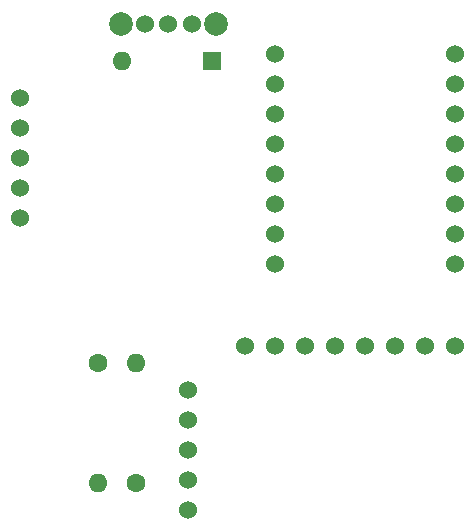
<source format=gbr>
%TF.GenerationSoftware,KiCad,Pcbnew,6.0.2+dfsg-1*%
%TF.CreationDate,2022-09-04T12:32:50+10:00*%
%TF.ProjectId,pcb,7063622e-6b69-4636-9164-5f7063625858,rev?*%
%TF.SameCoordinates,Original*%
%TF.FileFunction,Soldermask,Top*%
%TF.FilePolarity,Negative*%
%FSLAX46Y46*%
G04 Gerber Fmt 4.6, Leading zero omitted, Abs format (unit mm)*
G04 Created by KiCad (PCBNEW 6.0.2+dfsg-1) date 2022-09-04 12:32:50*
%MOMM*%
%LPD*%
G01*
G04 APERTURE LIST*
%ADD10C,1.524000*%
%ADD11C,1.600000*%
%ADD12O,1.600000X1.600000*%
%ADD13R,1.600000X1.600000*%
%ADD14C,2.000000*%
G04 APERTURE END LIST*
D10*
%TO.C,U3*%
X123190000Y-74380000D03*
X123190000Y-76920000D03*
X123190000Y-79460000D03*
X123190000Y-82000000D03*
X123190000Y-84540000D03*
X123190000Y-87080000D03*
X123190000Y-89620000D03*
X123190000Y-92160000D03*
X138430000Y-92160000D03*
X138430000Y-89620000D03*
X138430000Y-87080000D03*
X138430000Y-84540000D03*
X138430000Y-82000000D03*
X138430000Y-79460000D03*
X138430000Y-76920000D03*
X138430000Y-74380000D03*
%TD*%
%TO.C,U2*%
X115792000Y-113030000D03*
X115792000Y-110490000D03*
X115792000Y-107950000D03*
X115792000Y-105410000D03*
X115792000Y-102870000D03*
%TD*%
%TO.C,U5*%
X120590000Y-99155000D03*
X123130000Y-99155000D03*
X125670000Y-99155000D03*
X128210000Y-99155000D03*
X130750000Y-99155000D03*
X133290000Y-99155000D03*
X135830000Y-99155000D03*
X138370000Y-99155000D03*
%TD*%
D11*
%TO.C,R1*%
X108200000Y-100520000D03*
D12*
X108200000Y-110680000D03*
%TD*%
D13*
%TO.C,D1*%
X117810000Y-75000000D03*
D12*
X110190000Y-75000000D03*
%TD*%
D10*
%TO.C,U1*%
X101600000Y-78105000D03*
X101600000Y-80645000D03*
X101600000Y-83185000D03*
X101600000Y-85725000D03*
X101600000Y-88265000D03*
%TD*%
D11*
%TO.C,R2*%
X111400000Y-110680000D03*
D12*
X111400000Y-100520000D03*
%TD*%
D14*
%TO.C,SW1*%
X118125000Y-71875000D03*
X110125000Y-71875000D03*
D10*
X116125000Y-71875000D03*
X114125000Y-71875000D03*
X112125000Y-71875000D03*
%TD*%
M02*

</source>
